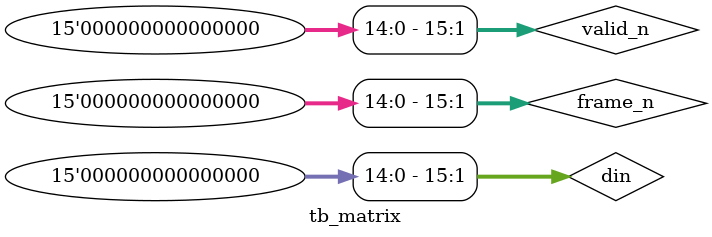
<source format=v>
`timescale 1ns / 1ps


module tb_matrix(

    );
    reg [15:0] frame_n,valid_n,din,request;
    matrix dut(.frame_n5(frame_n),.valid_n5(valid_n),.din5(din),.request5(request));
    always #30 begin
        frame_n=$random;
        valid_n=$random;
        din=$random;
    end
endmodule

</source>
